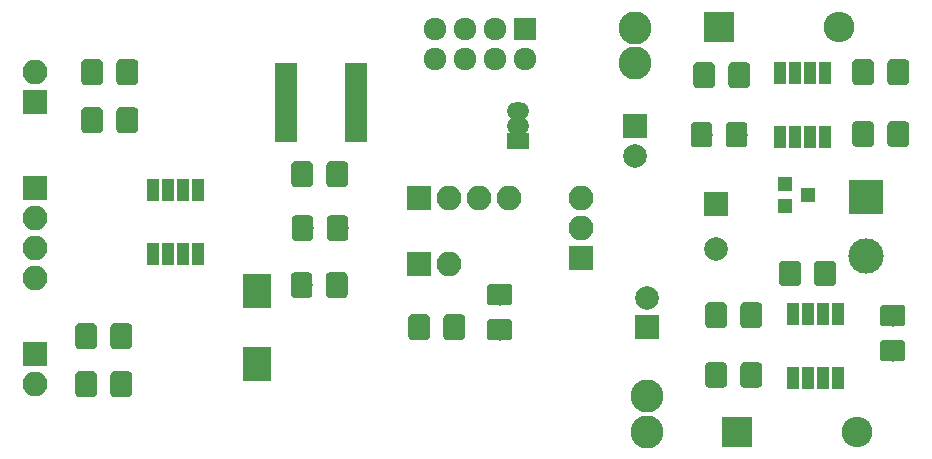
<source format=gbs>
G04 #@! TF.GenerationSoftware,KiCad,Pcbnew,5.0.0*
G04 #@! TF.CreationDate,2018-09-22T16:12:04+03:00*
G04 #@! TF.ProjectId,stm32-hamster,73746D33322D68616D737465722E6B69,rev?*
G04 #@! TF.SameCoordinates,Original*
G04 #@! TF.FileFunction,Soldermask,Bot*
G04 #@! TF.FilePolarity,Negative*
%FSLAX46Y46*%
G04 Gerber Fmt 4.6, Leading zero omitted, Abs format (unit mm)*
G04 Created by KiCad (PCBNEW 5.0.0) date Sat Sep 22 16:12:04 2018*
%MOMM*%
%LPD*%
G01*
G04 APERTURE LIST*
%ADD10O,2.600000X2.600000*%
%ADD11R,2.600000X2.600000*%
%ADD12R,1.000000X1.950000*%
%ADD13C,2.800000*%
%ADD14R,2.100000X2.100000*%
%ADD15O,2.100000X2.100000*%
%ADD16R,2.000000X2.000000*%
%ADD17C,2.000000*%
%ADD18R,1.300000X1.200000*%
%ADD19C,0.150000*%
%ADD20C,1.825000*%
%ADD21R,2.400000X2.900000*%
%ADD22O,1.900000X1.450000*%
%ADD23R,1.900000X1.450000*%
%ADD24R,1.850000X0.850000*%
%ADD25R,1.924000X1.924000*%
%ADD26C,1.924000*%
%ADD27R,3.000000X3.000000*%
%ADD28C,3.000000*%
G04 APERTURE END LIST*
D10*
G04 #@! TO.C,D2*
X177800000Y-113538000D03*
D11*
X167640000Y-113538000D03*
G04 #@! TD*
D12*
G04 #@! TO.C,U6*
X122047000Y-98458000D03*
X120777000Y-98458000D03*
X119507000Y-98458000D03*
X118237000Y-98458000D03*
X118237000Y-93058000D03*
X119507000Y-93058000D03*
X120777000Y-93058000D03*
X122047000Y-93058000D03*
G04 #@! TD*
D13*
G04 #@! TO.C,L1*
X160020000Y-110490000D03*
X160020000Y-113490000D03*
G04 #@! TD*
D14*
G04 #@! TO.C,JP2*
X154432000Y-98806000D03*
D15*
X154432000Y-96266000D03*
X154432000Y-93726000D03*
G04 #@! TD*
D16*
G04 #@! TO.C,C1*
X165862000Y-94234000D03*
D17*
X165862000Y-98034000D03*
G04 #@! TD*
D18*
G04 #@! TO.C,Q1*
X171720000Y-94422000D03*
X171720000Y-92522000D03*
X173720000Y-93472000D03*
G04 #@! TD*
D19*
G04 #@! TO.C,C2*
G36*
X131506707Y-95192542D02*
X131537787Y-95197152D01*
X131568266Y-95204787D01*
X131597850Y-95215372D01*
X131626254Y-95228806D01*
X131653204Y-95244959D01*
X131678442Y-95263677D01*
X131701723Y-95284777D01*
X131722823Y-95308058D01*
X131741541Y-95333296D01*
X131757694Y-95360246D01*
X131771128Y-95388650D01*
X131781713Y-95418234D01*
X131789348Y-95448713D01*
X131793958Y-95479793D01*
X131795500Y-95511176D01*
X131795500Y-97020824D01*
X131793958Y-97052207D01*
X131789348Y-97083287D01*
X131781713Y-97113766D01*
X131771128Y-97143350D01*
X131757694Y-97171754D01*
X131741541Y-97198704D01*
X131722823Y-97223942D01*
X131701723Y-97247223D01*
X131678442Y-97268323D01*
X131653204Y-97287041D01*
X131626254Y-97303194D01*
X131597850Y-97316628D01*
X131568266Y-97327213D01*
X131537787Y-97334848D01*
X131506707Y-97339458D01*
X131475324Y-97341000D01*
X130290676Y-97341000D01*
X130259293Y-97339458D01*
X130228213Y-97334848D01*
X130197734Y-97327213D01*
X130168150Y-97316628D01*
X130139746Y-97303194D01*
X130112796Y-97287041D01*
X130087558Y-97268323D01*
X130064277Y-97247223D01*
X130043177Y-97223942D01*
X130024459Y-97198704D01*
X130008306Y-97171754D01*
X129994872Y-97143350D01*
X129984287Y-97113766D01*
X129976652Y-97083287D01*
X129972042Y-97052207D01*
X129970500Y-97020824D01*
X129970500Y-95511176D01*
X129972042Y-95479793D01*
X129976652Y-95448713D01*
X129984287Y-95418234D01*
X129994872Y-95388650D01*
X130008306Y-95360246D01*
X130024459Y-95333296D01*
X130043177Y-95308058D01*
X130064277Y-95284777D01*
X130087558Y-95263677D01*
X130112796Y-95244959D01*
X130139746Y-95228806D01*
X130168150Y-95215372D01*
X130197734Y-95204787D01*
X130228213Y-95197152D01*
X130259293Y-95192542D01*
X130290676Y-95191000D01*
X131475324Y-95191000D01*
X131506707Y-95192542D01*
X131506707Y-95192542D01*
G37*
D20*
X130883000Y-96266000D03*
D19*
G36*
X134481707Y-95192542D02*
X134512787Y-95197152D01*
X134543266Y-95204787D01*
X134572850Y-95215372D01*
X134601254Y-95228806D01*
X134628204Y-95244959D01*
X134653442Y-95263677D01*
X134676723Y-95284777D01*
X134697823Y-95308058D01*
X134716541Y-95333296D01*
X134732694Y-95360246D01*
X134746128Y-95388650D01*
X134756713Y-95418234D01*
X134764348Y-95448713D01*
X134768958Y-95479793D01*
X134770500Y-95511176D01*
X134770500Y-97020824D01*
X134768958Y-97052207D01*
X134764348Y-97083287D01*
X134756713Y-97113766D01*
X134746128Y-97143350D01*
X134732694Y-97171754D01*
X134716541Y-97198704D01*
X134697823Y-97223942D01*
X134676723Y-97247223D01*
X134653442Y-97268323D01*
X134628204Y-97287041D01*
X134601254Y-97303194D01*
X134572850Y-97316628D01*
X134543266Y-97327213D01*
X134512787Y-97334848D01*
X134481707Y-97339458D01*
X134450324Y-97341000D01*
X133265676Y-97341000D01*
X133234293Y-97339458D01*
X133203213Y-97334848D01*
X133172734Y-97327213D01*
X133143150Y-97316628D01*
X133114746Y-97303194D01*
X133087796Y-97287041D01*
X133062558Y-97268323D01*
X133039277Y-97247223D01*
X133018177Y-97223942D01*
X132999459Y-97198704D01*
X132983306Y-97171754D01*
X132969872Y-97143350D01*
X132959287Y-97113766D01*
X132951652Y-97083287D01*
X132947042Y-97052207D01*
X132945500Y-97020824D01*
X132945500Y-95511176D01*
X132947042Y-95479793D01*
X132951652Y-95448713D01*
X132959287Y-95418234D01*
X132969872Y-95388650D01*
X132983306Y-95360246D01*
X132999459Y-95333296D01*
X133018177Y-95308058D01*
X133039277Y-95284777D01*
X133062558Y-95263677D01*
X133087796Y-95244959D01*
X133114746Y-95228806D01*
X133143150Y-95215372D01*
X133172734Y-95204787D01*
X133203213Y-95197152D01*
X133234293Y-95192542D01*
X133265676Y-95191000D01*
X134450324Y-95191000D01*
X134481707Y-95192542D01*
X134481707Y-95192542D01*
G37*
D20*
X133858000Y-96266000D03*
G04 #@! TD*
D19*
G04 #@! TO.C,C3*
G36*
X181634207Y-102757542D02*
X181665287Y-102762152D01*
X181695766Y-102769787D01*
X181725350Y-102780372D01*
X181753754Y-102793806D01*
X181780704Y-102809959D01*
X181805942Y-102828677D01*
X181829223Y-102849777D01*
X181850323Y-102873058D01*
X181869041Y-102898296D01*
X181885194Y-102925246D01*
X181898628Y-102953650D01*
X181909213Y-102983234D01*
X181916848Y-103013713D01*
X181921458Y-103044793D01*
X181923000Y-103076176D01*
X181923000Y-104260824D01*
X181921458Y-104292207D01*
X181916848Y-104323287D01*
X181909213Y-104353766D01*
X181898628Y-104383350D01*
X181885194Y-104411754D01*
X181869041Y-104438704D01*
X181850323Y-104463942D01*
X181829223Y-104487223D01*
X181805942Y-104508323D01*
X181780704Y-104527041D01*
X181753754Y-104543194D01*
X181725350Y-104556628D01*
X181695766Y-104567213D01*
X181665287Y-104574848D01*
X181634207Y-104579458D01*
X181602824Y-104581000D01*
X180093176Y-104581000D01*
X180061793Y-104579458D01*
X180030713Y-104574848D01*
X180000234Y-104567213D01*
X179970650Y-104556628D01*
X179942246Y-104543194D01*
X179915296Y-104527041D01*
X179890058Y-104508323D01*
X179866777Y-104487223D01*
X179845677Y-104463942D01*
X179826959Y-104438704D01*
X179810806Y-104411754D01*
X179797372Y-104383350D01*
X179786787Y-104353766D01*
X179779152Y-104323287D01*
X179774542Y-104292207D01*
X179773000Y-104260824D01*
X179773000Y-103076176D01*
X179774542Y-103044793D01*
X179779152Y-103013713D01*
X179786787Y-102983234D01*
X179797372Y-102953650D01*
X179810806Y-102925246D01*
X179826959Y-102898296D01*
X179845677Y-102873058D01*
X179866777Y-102849777D01*
X179890058Y-102828677D01*
X179915296Y-102809959D01*
X179942246Y-102793806D01*
X179970650Y-102780372D01*
X180000234Y-102769787D01*
X180030713Y-102762152D01*
X180061793Y-102757542D01*
X180093176Y-102756000D01*
X181602824Y-102756000D01*
X181634207Y-102757542D01*
X181634207Y-102757542D01*
G37*
D20*
X180848000Y-103668500D03*
D19*
G36*
X181634207Y-105732542D02*
X181665287Y-105737152D01*
X181695766Y-105744787D01*
X181725350Y-105755372D01*
X181753754Y-105768806D01*
X181780704Y-105784959D01*
X181805942Y-105803677D01*
X181829223Y-105824777D01*
X181850323Y-105848058D01*
X181869041Y-105873296D01*
X181885194Y-105900246D01*
X181898628Y-105928650D01*
X181909213Y-105958234D01*
X181916848Y-105988713D01*
X181921458Y-106019793D01*
X181923000Y-106051176D01*
X181923000Y-107235824D01*
X181921458Y-107267207D01*
X181916848Y-107298287D01*
X181909213Y-107328766D01*
X181898628Y-107358350D01*
X181885194Y-107386754D01*
X181869041Y-107413704D01*
X181850323Y-107438942D01*
X181829223Y-107462223D01*
X181805942Y-107483323D01*
X181780704Y-107502041D01*
X181753754Y-107518194D01*
X181725350Y-107531628D01*
X181695766Y-107542213D01*
X181665287Y-107549848D01*
X181634207Y-107554458D01*
X181602824Y-107556000D01*
X180093176Y-107556000D01*
X180061793Y-107554458D01*
X180030713Y-107549848D01*
X180000234Y-107542213D01*
X179970650Y-107531628D01*
X179942246Y-107518194D01*
X179915296Y-107502041D01*
X179890058Y-107483323D01*
X179866777Y-107462223D01*
X179845677Y-107438942D01*
X179826959Y-107413704D01*
X179810806Y-107386754D01*
X179797372Y-107358350D01*
X179786787Y-107328766D01*
X179779152Y-107298287D01*
X179774542Y-107267207D01*
X179773000Y-107235824D01*
X179773000Y-106051176D01*
X179774542Y-106019793D01*
X179779152Y-105988713D01*
X179786787Y-105958234D01*
X179797372Y-105928650D01*
X179810806Y-105900246D01*
X179826959Y-105873296D01*
X179845677Y-105848058D01*
X179866777Y-105824777D01*
X179890058Y-105803677D01*
X179915296Y-105784959D01*
X179942246Y-105768806D01*
X179970650Y-105755372D01*
X180000234Y-105744787D01*
X180030713Y-105737152D01*
X180061793Y-105732542D01*
X180093176Y-105731000D01*
X181602824Y-105731000D01*
X181634207Y-105732542D01*
X181634207Y-105732542D01*
G37*
D20*
X180848000Y-106643500D03*
G04 #@! TD*
D19*
G04 #@! TO.C,C4*
G36*
X178968207Y-81984542D02*
X178999287Y-81989152D01*
X179029766Y-81996787D01*
X179059350Y-82007372D01*
X179087754Y-82020806D01*
X179114704Y-82036959D01*
X179139942Y-82055677D01*
X179163223Y-82076777D01*
X179184323Y-82100058D01*
X179203041Y-82125296D01*
X179219194Y-82152246D01*
X179232628Y-82180650D01*
X179243213Y-82210234D01*
X179250848Y-82240713D01*
X179255458Y-82271793D01*
X179257000Y-82303176D01*
X179257000Y-83812824D01*
X179255458Y-83844207D01*
X179250848Y-83875287D01*
X179243213Y-83905766D01*
X179232628Y-83935350D01*
X179219194Y-83963754D01*
X179203041Y-83990704D01*
X179184323Y-84015942D01*
X179163223Y-84039223D01*
X179139942Y-84060323D01*
X179114704Y-84079041D01*
X179087754Y-84095194D01*
X179059350Y-84108628D01*
X179029766Y-84119213D01*
X178999287Y-84126848D01*
X178968207Y-84131458D01*
X178936824Y-84133000D01*
X177752176Y-84133000D01*
X177720793Y-84131458D01*
X177689713Y-84126848D01*
X177659234Y-84119213D01*
X177629650Y-84108628D01*
X177601246Y-84095194D01*
X177574296Y-84079041D01*
X177549058Y-84060323D01*
X177525777Y-84039223D01*
X177504677Y-84015942D01*
X177485959Y-83990704D01*
X177469806Y-83963754D01*
X177456372Y-83935350D01*
X177445787Y-83905766D01*
X177438152Y-83875287D01*
X177433542Y-83844207D01*
X177432000Y-83812824D01*
X177432000Y-82303176D01*
X177433542Y-82271793D01*
X177438152Y-82240713D01*
X177445787Y-82210234D01*
X177456372Y-82180650D01*
X177469806Y-82152246D01*
X177485959Y-82125296D01*
X177504677Y-82100058D01*
X177525777Y-82076777D01*
X177549058Y-82055677D01*
X177574296Y-82036959D01*
X177601246Y-82020806D01*
X177629650Y-82007372D01*
X177659234Y-81996787D01*
X177689713Y-81989152D01*
X177720793Y-81984542D01*
X177752176Y-81983000D01*
X178936824Y-81983000D01*
X178968207Y-81984542D01*
X178968207Y-81984542D01*
G37*
D20*
X178344500Y-83058000D03*
D19*
G36*
X181943207Y-81984542D02*
X181974287Y-81989152D01*
X182004766Y-81996787D01*
X182034350Y-82007372D01*
X182062754Y-82020806D01*
X182089704Y-82036959D01*
X182114942Y-82055677D01*
X182138223Y-82076777D01*
X182159323Y-82100058D01*
X182178041Y-82125296D01*
X182194194Y-82152246D01*
X182207628Y-82180650D01*
X182218213Y-82210234D01*
X182225848Y-82240713D01*
X182230458Y-82271793D01*
X182232000Y-82303176D01*
X182232000Y-83812824D01*
X182230458Y-83844207D01*
X182225848Y-83875287D01*
X182218213Y-83905766D01*
X182207628Y-83935350D01*
X182194194Y-83963754D01*
X182178041Y-83990704D01*
X182159323Y-84015942D01*
X182138223Y-84039223D01*
X182114942Y-84060323D01*
X182089704Y-84079041D01*
X182062754Y-84095194D01*
X182034350Y-84108628D01*
X182004766Y-84119213D01*
X181974287Y-84126848D01*
X181943207Y-84131458D01*
X181911824Y-84133000D01*
X180727176Y-84133000D01*
X180695793Y-84131458D01*
X180664713Y-84126848D01*
X180634234Y-84119213D01*
X180604650Y-84108628D01*
X180576246Y-84095194D01*
X180549296Y-84079041D01*
X180524058Y-84060323D01*
X180500777Y-84039223D01*
X180479677Y-84015942D01*
X180460959Y-83990704D01*
X180444806Y-83963754D01*
X180431372Y-83935350D01*
X180420787Y-83905766D01*
X180413152Y-83875287D01*
X180408542Y-83844207D01*
X180407000Y-83812824D01*
X180407000Y-82303176D01*
X180408542Y-82271793D01*
X180413152Y-82240713D01*
X180420787Y-82210234D01*
X180431372Y-82180650D01*
X180444806Y-82152246D01*
X180460959Y-82125296D01*
X180479677Y-82100058D01*
X180500777Y-82076777D01*
X180524058Y-82055677D01*
X180549296Y-82036959D01*
X180576246Y-82020806D01*
X180604650Y-82007372D01*
X180634234Y-81996787D01*
X180664713Y-81989152D01*
X180695793Y-81984542D01*
X180727176Y-81983000D01*
X181911824Y-81983000D01*
X181943207Y-81984542D01*
X181943207Y-81984542D01*
G37*
D20*
X181319500Y-83058000D03*
G04 #@! TD*
D17*
G04 #@! TO.C,C5*
X160020000Y-102148000D03*
D16*
X160020000Y-104648000D03*
G04 #@! TD*
G04 #@! TO.C,C6*
X159004000Y-87630000D03*
D17*
X159004000Y-90130000D03*
G04 #@! TD*
D19*
G04 #@! TO.C,D1*
G36*
X144351207Y-103574542D02*
X144382287Y-103579152D01*
X144412766Y-103586787D01*
X144442350Y-103597372D01*
X144470754Y-103610806D01*
X144497704Y-103626959D01*
X144522942Y-103645677D01*
X144546223Y-103666777D01*
X144567323Y-103690058D01*
X144586041Y-103715296D01*
X144602194Y-103742246D01*
X144615628Y-103770650D01*
X144626213Y-103800234D01*
X144633848Y-103830713D01*
X144638458Y-103861793D01*
X144640000Y-103893176D01*
X144640000Y-105402824D01*
X144638458Y-105434207D01*
X144633848Y-105465287D01*
X144626213Y-105495766D01*
X144615628Y-105525350D01*
X144602194Y-105553754D01*
X144586041Y-105580704D01*
X144567323Y-105605942D01*
X144546223Y-105629223D01*
X144522942Y-105650323D01*
X144497704Y-105669041D01*
X144470754Y-105685194D01*
X144442350Y-105698628D01*
X144412766Y-105709213D01*
X144382287Y-105716848D01*
X144351207Y-105721458D01*
X144319824Y-105723000D01*
X143135176Y-105723000D01*
X143103793Y-105721458D01*
X143072713Y-105716848D01*
X143042234Y-105709213D01*
X143012650Y-105698628D01*
X142984246Y-105685194D01*
X142957296Y-105669041D01*
X142932058Y-105650323D01*
X142908777Y-105629223D01*
X142887677Y-105605942D01*
X142868959Y-105580704D01*
X142852806Y-105553754D01*
X142839372Y-105525350D01*
X142828787Y-105495766D01*
X142821152Y-105465287D01*
X142816542Y-105434207D01*
X142815000Y-105402824D01*
X142815000Y-103893176D01*
X142816542Y-103861793D01*
X142821152Y-103830713D01*
X142828787Y-103800234D01*
X142839372Y-103770650D01*
X142852806Y-103742246D01*
X142868959Y-103715296D01*
X142887677Y-103690058D01*
X142908777Y-103666777D01*
X142932058Y-103645677D01*
X142957296Y-103626959D01*
X142984246Y-103610806D01*
X143012650Y-103597372D01*
X143042234Y-103586787D01*
X143072713Y-103579152D01*
X143103793Y-103574542D01*
X143135176Y-103573000D01*
X144319824Y-103573000D01*
X144351207Y-103574542D01*
X144351207Y-103574542D01*
G37*
D20*
X143727500Y-104648000D03*
D19*
G36*
X141376207Y-103574542D02*
X141407287Y-103579152D01*
X141437766Y-103586787D01*
X141467350Y-103597372D01*
X141495754Y-103610806D01*
X141522704Y-103626959D01*
X141547942Y-103645677D01*
X141571223Y-103666777D01*
X141592323Y-103690058D01*
X141611041Y-103715296D01*
X141627194Y-103742246D01*
X141640628Y-103770650D01*
X141651213Y-103800234D01*
X141658848Y-103830713D01*
X141663458Y-103861793D01*
X141665000Y-103893176D01*
X141665000Y-105402824D01*
X141663458Y-105434207D01*
X141658848Y-105465287D01*
X141651213Y-105495766D01*
X141640628Y-105525350D01*
X141627194Y-105553754D01*
X141611041Y-105580704D01*
X141592323Y-105605942D01*
X141571223Y-105629223D01*
X141547942Y-105650323D01*
X141522704Y-105669041D01*
X141495754Y-105685194D01*
X141467350Y-105698628D01*
X141437766Y-105709213D01*
X141407287Y-105716848D01*
X141376207Y-105721458D01*
X141344824Y-105723000D01*
X140160176Y-105723000D01*
X140128793Y-105721458D01*
X140097713Y-105716848D01*
X140067234Y-105709213D01*
X140037650Y-105698628D01*
X140009246Y-105685194D01*
X139982296Y-105669041D01*
X139957058Y-105650323D01*
X139933777Y-105629223D01*
X139912677Y-105605942D01*
X139893959Y-105580704D01*
X139877806Y-105553754D01*
X139864372Y-105525350D01*
X139853787Y-105495766D01*
X139846152Y-105465287D01*
X139841542Y-105434207D01*
X139840000Y-105402824D01*
X139840000Y-103893176D01*
X139841542Y-103861793D01*
X139846152Y-103830713D01*
X139853787Y-103800234D01*
X139864372Y-103770650D01*
X139877806Y-103742246D01*
X139893959Y-103715296D01*
X139912677Y-103690058D01*
X139933777Y-103666777D01*
X139957058Y-103645677D01*
X139982296Y-103626959D01*
X140009246Y-103610806D01*
X140037650Y-103597372D01*
X140067234Y-103586787D01*
X140097713Y-103579152D01*
X140128793Y-103574542D01*
X140160176Y-103573000D01*
X141344824Y-103573000D01*
X141376207Y-103574542D01*
X141376207Y-103574542D01*
G37*
D20*
X140752500Y-104648000D03*
G04 #@! TD*
D11*
G04 #@! TO.C,D3*
X166116000Y-79248000D03*
D10*
X176276000Y-79248000D03*
G04 #@! TD*
D14*
G04 #@! TO.C,J1*
X140716000Y-93726000D03*
D15*
X143256000Y-93726000D03*
X145796000Y-93726000D03*
X148336000Y-93726000D03*
G04 #@! TD*
D14*
G04 #@! TO.C,J2*
X108200000Y-92870000D03*
D15*
X108200000Y-95410000D03*
X108200000Y-97950000D03*
X108200000Y-100490000D03*
G04 #@! TD*
D14*
G04 #@! TO.C,JP1*
X140716000Y-99314000D03*
D15*
X143256000Y-99314000D03*
G04 #@! TD*
D13*
G04 #@! TO.C,L2*
X159004000Y-79296000D03*
X159004000Y-82296000D03*
G04 #@! TD*
D19*
G04 #@! TO.C,R1*
G36*
X134408707Y-100018542D02*
X134439787Y-100023152D01*
X134470266Y-100030787D01*
X134499850Y-100041372D01*
X134528254Y-100054806D01*
X134555204Y-100070959D01*
X134580442Y-100089677D01*
X134603723Y-100110777D01*
X134624823Y-100134058D01*
X134643541Y-100159296D01*
X134659694Y-100186246D01*
X134673128Y-100214650D01*
X134683713Y-100244234D01*
X134691348Y-100274713D01*
X134695958Y-100305793D01*
X134697500Y-100337176D01*
X134697500Y-101846824D01*
X134695958Y-101878207D01*
X134691348Y-101909287D01*
X134683713Y-101939766D01*
X134673128Y-101969350D01*
X134659694Y-101997754D01*
X134643541Y-102024704D01*
X134624823Y-102049942D01*
X134603723Y-102073223D01*
X134580442Y-102094323D01*
X134555204Y-102113041D01*
X134528254Y-102129194D01*
X134499850Y-102142628D01*
X134470266Y-102153213D01*
X134439787Y-102160848D01*
X134408707Y-102165458D01*
X134377324Y-102167000D01*
X133192676Y-102167000D01*
X133161293Y-102165458D01*
X133130213Y-102160848D01*
X133099734Y-102153213D01*
X133070150Y-102142628D01*
X133041746Y-102129194D01*
X133014796Y-102113041D01*
X132989558Y-102094323D01*
X132966277Y-102073223D01*
X132945177Y-102049942D01*
X132926459Y-102024704D01*
X132910306Y-101997754D01*
X132896872Y-101969350D01*
X132886287Y-101939766D01*
X132878652Y-101909287D01*
X132874042Y-101878207D01*
X132872500Y-101846824D01*
X132872500Y-100337176D01*
X132874042Y-100305793D01*
X132878652Y-100274713D01*
X132886287Y-100244234D01*
X132896872Y-100214650D01*
X132910306Y-100186246D01*
X132926459Y-100159296D01*
X132945177Y-100134058D01*
X132966277Y-100110777D01*
X132989558Y-100089677D01*
X133014796Y-100070959D01*
X133041746Y-100054806D01*
X133070150Y-100041372D01*
X133099734Y-100030787D01*
X133130213Y-100023152D01*
X133161293Y-100018542D01*
X133192676Y-100017000D01*
X134377324Y-100017000D01*
X134408707Y-100018542D01*
X134408707Y-100018542D01*
G37*
D20*
X133785000Y-101092000D03*
D19*
G36*
X131433707Y-100018542D02*
X131464787Y-100023152D01*
X131495266Y-100030787D01*
X131524850Y-100041372D01*
X131553254Y-100054806D01*
X131580204Y-100070959D01*
X131605442Y-100089677D01*
X131628723Y-100110777D01*
X131649823Y-100134058D01*
X131668541Y-100159296D01*
X131684694Y-100186246D01*
X131698128Y-100214650D01*
X131708713Y-100244234D01*
X131716348Y-100274713D01*
X131720958Y-100305793D01*
X131722500Y-100337176D01*
X131722500Y-101846824D01*
X131720958Y-101878207D01*
X131716348Y-101909287D01*
X131708713Y-101939766D01*
X131698128Y-101969350D01*
X131684694Y-101997754D01*
X131668541Y-102024704D01*
X131649823Y-102049942D01*
X131628723Y-102073223D01*
X131605442Y-102094323D01*
X131580204Y-102113041D01*
X131553254Y-102129194D01*
X131524850Y-102142628D01*
X131495266Y-102153213D01*
X131464787Y-102160848D01*
X131433707Y-102165458D01*
X131402324Y-102167000D01*
X130217676Y-102167000D01*
X130186293Y-102165458D01*
X130155213Y-102160848D01*
X130124734Y-102153213D01*
X130095150Y-102142628D01*
X130066746Y-102129194D01*
X130039796Y-102113041D01*
X130014558Y-102094323D01*
X129991277Y-102073223D01*
X129970177Y-102049942D01*
X129951459Y-102024704D01*
X129935306Y-101997754D01*
X129921872Y-101969350D01*
X129911287Y-101939766D01*
X129903652Y-101909287D01*
X129899042Y-101878207D01*
X129897500Y-101846824D01*
X129897500Y-100337176D01*
X129899042Y-100305793D01*
X129903652Y-100274713D01*
X129911287Y-100244234D01*
X129921872Y-100214650D01*
X129935306Y-100186246D01*
X129951459Y-100159296D01*
X129970177Y-100134058D01*
X129991277Y-100110777D01*
X130014558Y-100089677D01*
X130039796Y-100070959D01*
X130066746Y-100054806D01*
X130095150Y-100041372D01*
X130124734Y-100030787D01*
X130155213Y-100023152D01*
X130186293Y-100018542D01*
X130217676Y-100017000D01*
X131402324Y-100017000D01*
X131433707Y-100018542D01*
X131433707Y-100018542D01*
G37*
D20*
X130810000Y-101092000D03*
G04 #@! TD*
D19*
G04 #@! TO.C,R2*
G36*
X148360207Y-103954542D02*
X148391287Y-103959152D01*
X148421766Y-103966787D01*
X148451350Y-103977372D01*
X148479754Y-103990806D01*
X148506704Y-104006959D01*
X148531942Y-104025677D01*
X148555223Y-104046777D01*
X148576323Y-104070058D01*
X148595041Y-104095296D01*
X148611194Y-104122246D01*
X148624628Y-104150650D01*
X148635213Y-104180234D01*
X148642848Y-104210713D01*
X148647458Y-104241793D01*
X148649000Y-104273176D01*
X148649000Y-105457824D01*
X148647458Y-105489207D01*
X148642848Y-105520287D01*
X148635213Y-105550766D01*
X148624628Y-105580350D01*
X148611194Y-105608754D01*
X148595041Y-105635704D01*
X148576323Y-105660942D01*
X148555223Y-105684223D01*
X148531942Y-105705323D01*
X148506704Y-105724041D01*
X148479754Y-105740194D01*
X148451350Y-105753628D01*
X148421766Y-105764213D01*
X148391287Y-105771848D01*
X148360207Y-105776458D01*
X148328824Y-105778000D01*
X146819176Y-105778000D01*
X146787793Y-105776458D01*
X146756713Y-105771848D01*
X146726234Y-105764213D01*
X146696650Y-105753628D01*
X146668246Y-105740194D01*
X146641296Y-105724041D01*
X146616058Y-105705323D01*
X146592777Y-105684223D01*
X146571677Y-105660942D01*
X146552959Y-105635704D01*
X146536806Y-105608754D01*
X146523372Y-105580350D01*
X146512787Y-105550766D01*
X146505152Y-105520287D01*
X146500542Y-105489207D01*
X146499000Y-105457824D01*
X146499000Y-104273176D01*
X146500542Y-104241793D01*
X146505152Y-104210713D01*
X146512787Y-104180234D01*
X146523372Y-104150650D01*
X146536806Y-104122246D01*
X146552959Y-104095296D01*
X146571677Y-104070058D01*
X146592777Y-104046777D01*
X146616058Y-104025677D01*
X146641296Y-104006959D01*
X146668246Y-103990806D01*
X146696650Y-103977372D01*
X146726234Y-103966787D01*
X146756713Y-103959152D01*
X146787793Y-103954542D01*
X146819176Y-103953000D01*
X148328824Y-103953000D01*
X148360207Y-103954542D01*
X148360207Y-103954542D01*
G37*
D20*
X147574000Y-104865500D03*
D19*
G36*
X148360207Y-100979542D02*
X148391287Y-100984152D01*
X148421766Y-100991787D01*
X148451350Y-101002372D01*
X148479754Y-101015806D01*
X148506704Y-101031959D01*
X148531942Y-101050677D01*
X148555223Y-101071777D01*
X148576323Y-101095058D01*
X148595041Y-101120296D01*
X148611194Y-101147246D01*
X148624628Y-101175650D01*
X148635213Y-101205234D01*
X148642848Y-101235713D01*
X148647458Y-101266793D01*
X148649000Y-101298176D01*
X148649000Y-102482824D01*
X148647458Y-102514207D01*
X148642848Y-102545287D01*
X148635213Y-102575766D01*
X148624628Y-102605350D01*
X148611194Y-102633754D01*
X148595041Y-102660704D01*
X148576323Y-102685942D01*
X148555223Y-102709223D01*
X148531942Y-102730323D01*
X148506704Y-102749041D01*
X148479754Y-102765194D01*
X148451350Y-102778628D01*
X148421766Y-102789213D01*
X148391287Y-102796848D01*
X148360207Y-102801458D01*
X148328824Y-102803000D01*
X146819176Y-102803000D01*
X146787793Y-102801458D01*
X146756713Y-102796848D01*
X146726234Y-102789213D01*
X146696650Y-102778628D01*
X146668246Y-102765194D01*
X146641296Y-102749041D01*
X146616058Y-102730323D01*
X146592777Y-102709223D01*
X146571677Y-102685942D01*
X146552959Y-102660704D01*
X146536806Y-102633754D01*
X146523372Y-102605350D01*
X146512787Y-102575766D01*
X146505152Y-102545287D01*
X146500542Y-102514207D01*
X146499000Y-102482824D01*
X146499000Y-101298176D01*
X146500542Y-101266793D01*
X146505152Y-101235713D01*
X146512787Y-101205234D01*
X146523372Y-101175650D01*
X146536806Y-101147246D01*
X146552959Y-101120296D01*
X146571677Y-101095058D01*
X146592777Y-101071777D01*
X146616058Y-101050677D01*
X146641296Y-101031959D01*
X146668246Y-101015806D01*
X146696650Y-101002372D01*
X146726234Y-100991787D01*
X146756713Y-100984152D01*
X146787793Y-100979542D01*
X146819176Y-100978000D01*
X148328824Y-100978000D01*
X148360207Y-100979542D01*
X148360207Y-100979542D01*
G37*
D20*
X147574000Y-101890500D03*
G04 #@! TD*
D19*
G04 #@! TO.C,R3*
G36*
X134445207Y-90620542D02*
X134476287Y-90625152D01*
X134506766Y-90632787D01*
X134536350Y-90643372D01*
X134564754Y-90656806D01*
X134591704Y-90672959D01*
X134616942Y-90691677D01*
X134640223Y-90712777D01*
X134661323Y-90736058D01*
X134680041Y-90761296D01*
X134696194Y-90788246D01*
X134709628Y-90816650D01*
X134720213Y-90846234D01*
X134727848Y-90876713D01*
X134732458Y-90907793D01*
X134734000Y-90939176D01*
X134734000Y-92448824D01*
X134732458Y-92480207D01*
X134727848Y-92511287D01*
X134720213Y-92541766D01*
X134709628Y-92571350D01*
X134696194Y-92599754D01*
X134680041Y-92626704D01*
X134661323Y-92651942D01*
X134640223Y-92675223D01*
X134616942Y-92696323D01*
X134591704Y-92715041D01*
X134564754Y-92731194D01*
X134536350Y-92744628D01*
X134506766Y-92755213D01*
X134476287Y-92762848D01*
X134445207Y-92767458D01*
X134413824Y-92769000D01*
X133229176Y-92769000D01*
X133197793Y-92767458D01*
X133166713Y-92762848D01*
X133136234Y-92755213D01*
X133106650Y-92744628D01*
X133078246Y-92731194D01*
X133051296Y-92715041D01*
X133026058Y-92696323D01*
X133002777Y-92675223D01*
X132981677Y-92651942D01*
X132962959Y-92626704D01*
X132946806Y-92599754D01*
X132933372Y-92571350D01*
X132922787Y-92541766D01*
X132915152Y-92511287D01*
X132910542Y-92480207D01*
X132909000Y-92448824D01*
X132909000Y-90939176D01*
X132910542Y-90907793D01*
X132915152Y-90876713D01*
X132922787Y-90846234D01*
X132933372Y-90816650D01*
X132946806Y-90788246D01*
X132962959Y-90761296D01*
X132981677Y-90736058D01*
X133002777Y-90712777D01*
X133026058Y-90691677D01*
X133051296Y-90672959D01*
X133078246Y-90656806D01*
X133106650Y-90643372D01*
X133136234Y-90632787D01*
X133166713Y-90625152D01*
X133197793Y-90620542D01*
X133229176Y-90619000D01*
X134413824Y-90619000D01*
X134445207Y-90620542D01*
X134445207Y-90620542D01*
G37*
D20*
X133821500Y-91694000D03*
D19*
G36*
X131470207Y-90620542D02*
X131501287Y-90625152D01*
X131531766Y-90632787D01*
X131561350Y-90643372D01*
X131589754Y-90656806D01*
X131616704Y-90672959D01*
X131641942Y-90691677D01*
X131665223Y-90712777D01*
X131686323Y-90736058D01*
X131705041Y-90761296D01*
X131721194Y-90788246D01*
X131734628Y-90816650D01*
X131745213Y-90846234D01*
X131752848Y-90876713D01*
X131757458Y-90907793D01*
X131759000Y-90939176D01*
X131759000Y-92448824D01*
X131757458Y-92480207D01*
X131752848Y-92511287D01*
X131745213Y-92541766D01*
X131734628Y-92571350D01*
X131721194Y-92599754D01*
X131705041Y-92626704D01*
X131686323Y-92651942D01*
X131665223Y-92675223D01*
X131641942Y-92696323D01*
X131616704Y-92715041D01*
X131589754Y-92731194D01*
X131561350Y-92744628D01*
X131531766Y-92755213D01*
X131501287Y-92762848D01*
X131470207Y-92767458D01*
X131438824Y-92769000D01*
X130254176Y-92769000D01*
X130222793Y-92767458D01*
X130191713Y-92762848D01*
X130161234Y-92755213D01*
X130131650Y-92744628D01*
X130103246Y-92731194D01*
X130076296Y-92715041D01*
X130051058Y-92696323D01*
X130027777Y-92675223D01*
X130006677Y-92651942D01*
X129987959Y-92626704D01*
X129971806Y-92599754D01*
X129958372Y-92571350D01*
X129947787Y-92541766D01*
X129940152Y-92511287D01*
X129935542Y-92480207D01*
X129934000Y-92448824D01*
X129934000Y-90939176D01*
X129935542Y-90907793D01*
X129940152Y-90876713D01*
X129947787Y-90846234D01*
X129958372Y-90816650D01*
X129971806Y-90788246D01*
X129987959Y-90761296D01*
X130006677Y-90736058D01*
X130027777Y-90712777D01*
X130051058Y-90691677D01*
X130076296Y-90672959D01*
X130103246Y-90656806D01*
X130131650Y-90643372D01*
X130161234Y-90632787D01*
X130191713Y-90625152D01*
X130222793Y-90620542D01*
X130254176Y-90619000D01*
X131438824Y-90619000D01*
X131470207Y-90620542D01*
X131470207Y-90620542D01*
G37*
D20*
X130846500Y-91694000D03*
G04 #@! TD*
D19*
G04 #@! TO.C,R4*
G36*
X169497207Y-102558542D02*
X169528287Y-102563152D01*
X169558766Y-102570787D01*
X169588350Y-102581372D01*
X169616754Y-102594806D01*
X169643704Y-102610959D01*
X169668942Y-102629677D01*
X169692223Y-102650777D01*
X169713323Y-102674058D01*
X169732041Y-102699296D01*
X169748194Y-102726246D01*
X169761628Y-102754650D01*
X169772213Y-102784234D01*
X169779848Y-102814713D01*
X169784458Y-102845793D01*
X169786000Y-102877176D01*
X169786000Y-104386824D01*
X169784458Y-104418207D01*
X169779848Y-104449287D01*
X169772213Y-104479766D01*
X169761628Y-104509350D01*
X169748194Y-104537754D01*
X169732041Y-104564704D01*
X169713323Y-104589942D01*
X169692223Y-104613223D01*
X169668942Y-104634323D01*
X169643704Y-104653041D01*
X169616754Y-104669194D01*
X169588350Y-104682628D01*
X169558766Y-104693213D01*
X169528287Y-104700848D01*
X169497207Y-104705458D01*
X169465824Y-104707000D01*
X168281176Y-104707000D01*
X168249793Y-104705458D01*
X168218713Y-104700848D01*
X168188234Y-104693213D01*
X168158650Y-104682628D01*
X168130246Y-104669194D01*
X168103296Y-104653041D01*
X168078058Y-104634323D01*
X168054777Y-104613223D01*
X168033677Y-104589942D01*
X168014959Y-104564704D01*
X167998806Y-104537754D01*
X167985372Y-104509350D01*
X167974787Y-104479766D01*
X167967152Y-104449287D01*
X167962542Y-104418207D01*
X167961000Y-104386824D01*
X167961000Y-102877176D01*
X167962542Y-102845793D01*
X167967152Y-102814713D01*
X167974787Y-102784234D01*
X167985372Y-102754650D01*
X167998806Y-102726246D01*
X168014959Y-102699296D01*
X168033677Y-102674058D01*
X168054777Y-102650777D01*
X168078058Y-102629677D01*
X168103296Y-102610959D01*
X168130246Y-102594806D01*
X168158650Y-102581372D01*
X168188234Y-102570787D01*
X168218713Y-102563152D01*
X168249793Y-102558542D01*
X168281176Y-102557000D01*
X169465824Y-102557000D01*
X169497207Y-102558542D01*
X169497207Y-102558542D01*
G37*
D20*
X168873500Y-103632000D03*
D19*
G36*
X166522207Y-102558542D02*
X166553287Y-102563152D01*
X166583766Y-102570787D01*
X166613350Y-102581372D01*
X166641754Y-102594806D01*
X166668704Y-102610959D01*
X166693942Y-102629677D01*
X166717223Y-102650777D01*
X166738323Y-102674058D01*
X166757041Y-102699296D01*
X166773194Y-102726246D01*
X166786628Y-102754650D01*
X166797213Y-102784234D01*
X166804848Y-102814713D01*
X166809458Y-102845793D01*
X166811000Y-102877176D01*
X166811000Y-104386824D01*
X166809458Y-104418207D01*
X166804848Y-104449287D01*
X166797213Y-104479766D01*
X166786628Y-104509350D01*
X166773194Y-104537754D01*
X166757041Y-104564704D01*
X166738323Y-104589942D01*
X166717223Y-104613223D01*
X166693942Y-104634323D01*
X166668704Y-104653041D01*
X166641754Y-104669194D01*
X166613350Y-104682628D01*
X166583766Y-104693213D01*
X166553287Y-104700848D01*
X166522207Y-104705458D01*
X166490824Y-104707000D01*
X165306176Y-104707000D01*
X165274793Y-104705458D01*
X165243713Y-104700848D01*
X165213234Y-104693213D01*
X165183650Y-104682628D01*
X165155246Y-104669194D01*
X165128296Y-104653041D01*
X165103058Y-104634323D01*
X165079777Y-104613223D01*
X165058677Y-104589942D01*
X165039959Y-104564704D01*
X165023806Y-104537754D01*
X165010372Y-104509350D01*
X164999787Y-104479766D01*
X164992152Y-104449287D01*
X164987542Y-104418207D01*
X164986000Y-104386824D01*
X164986000Y-102877176D01*
X164987542Y-102845793D01*
X164992152Y-102814713D01*
X164999787Y-102784234D01*
X165010372Y-102754650D01*
X165023806Y-102726246D01*
X165039959Y-102699296D01*
X165058677Y-102674058D01*
X165079777Y-102650777D01*
X165103058Y-102629677D01*
X165128296Y-102610959D01*
X165155246Y-102594806D01*
X165183650Y-102581372D01*
X165213234Y-102570787D01*
X165243713Y-102563152D01*
X165274793Y-102558542D01*
X165306176Y-102557000D01*
X166490824Y-102557000D01*
X166522207Y-102558542D01*
X166522207Y-102558542D01*
G37*
D20*
X165898500Y-103632000D03*
G04 #@! TD*
D19*
G04 #@! TO.C,R5*
G36*
X178968207Y-87226542D02*
X178999287Y-87231152D01*
X179029766Y-87238787D01*
X179059350Y-87249372D01*
X179087754Y-87262806D01*
X179114704Y-87278959D01*
X179139942Y-87297677D01*
X179163223Y-87318777D01*
X179184323Y-87342058D01*
X179203041Y-87367296D01*
X179219194Y-87394246D01*
X179232628Y-87422650D01*
X179243213Y-87452234D01*
X179250848Y-87482713D01*
X179255458Y-87513793D01*
X179257000Y-87545176D01*
X179257000Y-89054824D01*
X179255458Y-89086207D01*
X179250848Y-89117287D01*
X179243213Y-89147766D01*
X179232628Y-89177350D01*
X179219194Y-89205754D01*
X179203041Y-89232704D01*
X179184323Y-89257942D01*
X179163223Y-89281223D01*
X179139942Y-89302323D01*
X179114704Y-89321041D01*
X179087754Y-89337194D01*
X179059350Y-89350628D01*
X179029766Y-89361213D01*
X178999287Y-89368848D01*
X178968207Y-89373458D01*
X178936824Y-89375000D01*
X177752176Y-89375000D01*
X177720793Y-89373458D01*
X177689713Y-89368848D01*
X177659234Y-89361213D01*
X177629650Y-89350628D01*
X177601246Y-89337194D01*
X177574296Y-89321041D01*
X177549058Y-89302323D01*
X177525777Y-89281223D01*
X177504677Y-89257942D01*
X177485959Y-89232704D01*
X177469806Y-89205754D01*
X177456372Y-89177350D01*
X177445787Y-89147766D01*
X177438152Y-89117287D01*
X177433542Y-89086207D01*
X177432000Y-89054824D01*
X177432000Y-87545176D01*
X177433542Y-87513793D01*
X177438152Y-87482713D01*
X177445787Y-87452234D01*
X177456372Y-87422650D01*
X177469806Y-87394246D01*
X177485959Y-87367296D01*
X177504677Y-87342058D01*
X177525777Y-87318777D01*
X177549058Y-87297677D01*
X177574296Y-87278959D01*
X177601246Y-87262806D01*
X177629650Y-87249372D01*
X177659234Y-87238787D01*
X177689713Y-87231152D01*
X177720793Y-87226542D01*
X177752176Y-87225000D01*
X178936824Y-87225000D01*
X178968207Y-87226542D01*
X178968207Y-87226542D01*
G37*
D20*
X178344500Y-88300000D03*
D19*
G36*
X181943207Y-87226542D02*
X181974287Y-87231152D01*
X182004766Y-87238787D01*
X182034350Y-87249372D01*
X182062754Y-87262806D01*
X182089704Y-87278959D01*
X182114942Y-87297677D01*
X182138223Y-87318777D01*
X182159323Y-87342058D01*
X182178041Y-87367296D01*
X182194194Y-87394246D01*
X182207628Y-87422650D01*
X182218213Y-87452234D01*
X182225848Y-87482713D01*
X182230458Y-87513793D01*
X182232000Y-87545176D01*
X182232000Y-89054824D01*
X182230458Y-89086207D01*
X182225848Y-89117287D01*
X182218213Y-89147766D01*
X182207628Y-89177350D01*
X182194194Y-89205754D01*
X182178041Y-89232704D01*
X182159323Y-89257942D01*
X182138223Y-89281223D01*
X182114942Y-89302323D01*
X182089704Y-89321041D01*
X182062754Y-89337194D01*
X182034350Y-89350628D01*
X182004766Y-89361213D01*
X181974287Y-89368848D01*
X181943207Y-89373458D01*
X181911824Y-89375000D01*
X180727176Y-89375000D01*
X180695793Y-89373458D01*
X180664713Y-89368848D01*
X180634234Y-89361213D01*
X180604650Y-89350628D01*
X180576246Y-89337194D01*
X180549296Y-89321041D01*
X180524058Y-89302323D01*
X180500777Y-89281223D01*
X180479677Y-89257942D01*
X180460959Y-89232704D01*
X180444806Y-89205754D01*
X180431372Y-89177350D01*
X180420787Y-89147766D01*
X180413152Y-89117287D01*
X180408542Y-89086207D01*
X180407000Y-89054824D01*
X180407000Y-87545176D01*
X180408542Y-87513793D01*
X180413152Y-87482713D01*
X180420787Y-87452234D01*
X180431372Y-87422650D01*
X180444806Y-87394246D01*
X180460959Y-87367296D01*
X180479677Y-87342058D01*
X180500777Y-87318777D01*
X180524058Y-87297677D01*
X180549296Y-87278959D01*
X180576246Y-87262806D01*
X180604650Y-87249372D01*
X180634234Y-87238787D01*
X180664713Y-87231152D01*
X180695793Y-87226542D01*
X180727176Y-87225000D01*
X181911824Y-87225000D01*
X181943207Y-87226542D01*
X181943207Y-87226542D01*
G37*
D20*
X181319500Y-88300000D03*
G04 #@! TD*
D19*
G04 #@! TO.C,R6*
G36*
X172773707Y-99026542D02*
X172804787Y-99031152D01*
X172835266Y-99038787D01*
X172864850Y-99049372D01*
X172893254Y-99062806D01*
X172920204Y-99078959D01*
X172945442Y-99097677D01*
X172968723Y-99118777D01*
X172989823Y-99142058D01*
X173008541Y-99167296D01*
X173024694Y-99194246D01*
X173038128Y-99222650D01*
X173048713Y-99252234D01*
X173056348Y-99282713D01*
X173060958Y-99313793D01*
X173062500Y-99345176D01*
X173062500Y-100854824D01*
X173060958Y-100886207D01*
X173056348Y-100917287D01*
X173048713Y-100947766D01*
X173038128Y-100977350D01*
X173024694Y-101005754D01*
X173008541Y-101032704D01*
X172989823Y-101057942D01*
X172968723Y-101081223D01*
X172945442Y-101102323D01*
X172920204Y-101121041D01*
X172893254Y-101137194D01*
X172864850Y-101150628D01*
X172835266Y-101161213D01*
X172804787Y-101168848D01*
X172773707Y-101173458D01*
X172742324Y-101175000D01*
X171557676Y-101175000D01*
X171526293Y-101173458D01*
X171495213Y-101168848D01*
X171464734Y-101161213D01*
X171435150Y-101150628D01*
X171406746Y-101137194D01*
X171379796Y-101121041D01*
X171354558Y-101102323D01*
X171331277Y-101081223D01*
X171310177Y-101057942D01*
X171291459Y-101032704D01*
X171275306Y-101005754D01*
X171261872Y-100977350D01*
X171251287Y-100947766D01*
X171243652Y-100917287D01*
X171239042Y-100886207D01*
X171237500Y-100854824D01*
X171237500Y-99345176D01*
X171239042Y-99313793D01*
X171243652Y-99282713D01*
X171251287Y-99252234D01*
X171261872Y-99222650D01*
X171275306Y-99194246D01*
X171291459Y-99167296D01*
X171310177Y-99142058D01*
X171331277Y-99118777D01*
X171354558Y-99097677D01*
X171379796Y-99078959D01*
X171406746Y-99062806D01*
X171435150Y-99049372D01*
X171464734Y-99038787D01*
X171495213Y-99031152D01*
X171526293Y-99026542D01*
X171557676Y-99025000D01*
X172742324Y-99025000D01*
X172773707Y-99026542D01*
X172773707Y-99026542D01*
G37*
D20*
X172150000Y-100100000D03*
D19*
G36*
X175748707Y-99026542D02*
X175779787Y-99031152D01*
X175810266Y-99038787D01*
X175839850Y-99049372D01*
X175868254Y-99062806D01*
X175895204Y-99078959D01*
X175920442Y-99097677D01*
X175943723Y-99118777D01*
X175964823Y-99142058D01*
X175983541Y-99167296D01*
X175999694Y-99194246D01*
X176013128Y-99222650D01*
X176023713Y-99252234D01*
X176031348Y-99282713D01*
X176035958Y-99313793D01*
X176037500Y-99345176D01*
X176037500Y-100854824D01*
X176035958Y-100886207D01*
X176031348Y-100917287D01*
X176023713Y-100947766D01*
X176013128Y-100977350D01*
X175999694Y-101005754D01*
X175983541Y-101032704D01*
X175964823Y-101057942D01*
X175943723Y-101081223D01*
X175920442Y-101102323D01*
X175895204Y-101121041D01*
X175868254Y-101137194D01*
X175839850Y-101150628D01*
X175810266Y-101161213D01*
X175779787Y-101168848D01*
X175748707Y-101173458D01*
X175717324Y-101175000D01*
X174532676Y-101175000D01*
X174501293Y-101173458D01*
X174470213Y-101168848D01*
X174439734Y-101161213D01*
X174410150Y-101150628D01*
X174381746Y-101137194D01*
X174354796Y-101121041D01*
X174329558Y-101102323D01*
X174306277Y-101081223D01*
X174285177Y-101057942D01*
X174266459Y-101032704D01*
X174250306Y-101005754D01*
X174236872Y-100977350D01*
X174226287Y-100947766D01*
X174218652Y-100917287D01*
X174214042Y-100886207D01*
X174212500Y-100854824D01*
X174212500Y-99345176D01*
X174214042Y-99313793D01*
X174218652Y-99282713D01*
X174226287Y-99252234D01*
X174236872Y-99222650D01*
X174250306Y-99194246D01*
X174266459Y-99167296D01*
X174285177Y-99142058D01*
X174306277Y-99118777D01*
X174329558Y-99097677D01*
X174354796Y-99078959D01*
X174381746Y-99062806D01*
X174410150Y-99049372D01*
X174439734Y-99038787D01*
X174470213Y-99031152D01*
X174501293Y-99026542D01*
X174532676Y-99025000D01*
X175717324Y-99025000D01*
X175748707Y-99026542D01*
X175748707Y-99026542D01*
G37*
D20*
X175125000Y-100100000D03*
G04 #@! TD*
D19*
G04 #@! TO.C,R7*
G36*
X165288707Y-87276542D02*
X165319787Y-87281152D01*
X165350266Y-87288787D01*
X165379850Y-87299372D01*
X165408254Y-87312806D01*
X165435204Y-87328959D01*
X165460442Y-87347677D01*
X165483723Y-87368777D01*
X165504823Y-87392058D01*
X165523541Y-87417296D01*
X165539694Y-87444246D01*
X165553128Y-87472650D01*
X165563713Y-87502234D01*
X165571348Y-87532713D01*
X165575958Y-87563793D01*
X165577500Y-87595176D01*
X165577500Y-89104824D01*
X165575958Y-89136207D01*
X165571348Y-89167287D01*
X165563713Y-89197766D01*
X165553128Y-89227350D01*
X165539694Y-89255754D01*
X165523541Y-89282704D01*
X165504823Y-89307942D01*
X165483723Y-89331223D01*
X165460442Y-89352323D01*
X165435204Y-89371041D01*
X165408254Y-89387194D01*
X165379850Y-89400628D01*
X165350266Y-89411213D01*
X165319787Y-89418848D01*
X165288707Y-89423458D01*
X165257324Y-89425000D01*
X164072676Y-89425000D01*
X164041293Y-89423458D01*
X164010213Y-89418848D01*
X163979734Y-89411213D01*
X163950150Y-89400628D01*
X163921746Y-89387194D01*
X163894796Y-89371041D01*
X163869558Y-89352323D01*
X163846277Y-89331223D01*
X163825177Y-89307942D01*
X163806459Y-89282704D01*
X163790306Y-89255754D01*
X163776872Y-89227350D01*
X163766287Y-89197766D01*
X163758652Y-89167287D01*
X163754042Y-89136207D01*
X163752500Y-89104824D01*
X163752500Y-87595176D01*
X163754042Y-87563793D01*
X163758652Y-87532713D01*
X163766287Y-87502234D01*
X163776872Y-87472650D01*
X163790306Y-87444246D01*
X163806459Y-87417296D01*
X163825177Y-87392058D01*
X163846277Y-87368777D01*
X163869558Y-87347677D01*
X163894796Y-87328959D01*
X163921746Y-87312806D01*
X163950150Y-87299372D01*
X163979734Y-87288787D01*
X164010213Y-87281152D01*
X164041293Y-87276542D01*
X164072676Y-87275000D01*
X165257324Y-87275000D01*
X165288707Y-87276542D01*
X165288707Y-87276542D01*
G37*
D20*
X164665000Y-88350000D03*
D19*
G36*
X168263707Y-87276542D02*
X168294787Y-87281152D01*
X168325266Y-87288787D01*
X168354850Y-87299372D01*
X168383254Y-87312806D01*
X168410204Y-87328959D01*
X168435442Y-87347677D01*
X168458723Y-87368777D01*
X168479823Y-87392058D01*
X168498541Y-87417296D01*
X168514694Y-87444246D01*
X168528128Y-87472650D01*
X168538713Y-87502234D01*
X168546348Y-87532713D01*
X168550958Y-87563793D01*
X168552500Y-87595176D01*
X168552500Y-89104824D01*
X168550958Y-89136207D01*
X168546348Y-89167287D01*
X168538713Y-89197766D01*
X168528128Y-89227350D01*
X168514694Y-89255754D01*
X168498541Y-89282704D01*
X168479823Y-89307942D01*
X168458723Y-89331223D01*
X168435442Y-89352323D01*
X168410204Y-89371041D01*
X168383254Y-89387194D01*
X168354850Y-89400628D01*
X168325266Y-89411213D01*
X168294787Y-89418848D01*
X168263707Y-89423458D01*
X168232324Y-89425000D01*
X167047676Y-89425000D01*
X167016293Y-89423458D01*
X166985213Y-89418848D01*
X166954734Y-89411213D01*
X166925150Y-89400628D01*
X166896746Y-89387194D01*
X166869796Y-89371041D01*
X166844558Y-89352323D01*
X166821277Y-89331223D01*
X166800177Y-89307942D01*
X166781459Y-89282704D01*
X166765306Y-89255754D01*
X166751872Y-89227350D01*
X166741287Y-89197766D01*
X166733652Y-89167287D01*
X166729042Y-89136207D01*
X166727500Y-89104824D01*
X166727500Y-87595176D01*
X166729042Y-87563793D01*
X166733652Y-87532713D01*
X166741287Y-87502234D01*
X166751872Y-87472650D01*
X166765306Y-87444246D01*
X166781459Y-87417296D01*
X166800177Y-87392058D01*
X166821277Y-87368777D01*
X166844558Y-87347677D01*
X166869796Y-87328959D01*
X166896746Y-87312806D01*
X166925150Y-87299372D01*
X166954734Y-87288787D01*
X166985213Y-87281152D01*
X167016293Y-87276542D01*
X167047676Y-87275000D01*
X168232324Y-87275000D01*
X168263707Y-87276542D01*
X168263707Y-87276542D01*
G37*
D20*
X167640000Y-88350000D03*
G04 #@! TD*
D19*
G04 #@! TO.C,R8*
G36*
X169497207Y-107626542D02*
X169528287Y-107631152D01*
X169558766Y-107638787D01*
X169588350Y-107649372D01*
X169616754Y-107662806D01*
X169643704Y-107678959D01*
X169668942Y-107697677D01*
X169692223Y-107718777D01*
X169713323Y-107742058D01*
X169732041Y-107767296D01*
X169748194Y-107794246D01*
X169761628Y-107822650D01*
X169772213Y-107852234D01*
X169779848Y-107882713D01*
X169784458Y-107913793D01*
X169786000Y-107945176D01*
X169786000Y-109454824D01*
X169784458Y-109486207D01*
X169779848Y-109517287D01*
X169772213Y-109547766D01*
X169761628Y-109577350D01*
X169748194Y-109605754D01*
X169732041Y-109632704D01*
X169713323Y-109657942D01*
X169692223Y-109681223D01*
X169668942Y-109702323D01*
X169643704Y-109721041D01*
X169616754Y-109737194D01*
X169588350Y-109750628D01*
X169558766Y-109761213D01*
X169528287Y-109768848D01*
X169497207Y-109773458D01*
X169465824Y-109775000D01*
X168281176Y-109775000D01*
X168249793Y-109773458D01*
X168218713Y-109768848D01*
X168188234Y-109761213D01*
X168158650Y-109750628D01*
X168130246Y-109737194D01*
X168103296Y-109721041D01*
X168078058Y-109702323D01*
X168054777Y-109681223D01*
X168033677Y-109657942D01*
X168014959Y-109632704D01*
X167998806Y-109605754D01*
X167985372Y-109577350D01*
X167974787Y-109547766D01*
X167967152Y-109517287D01*
X167962542Y-109486207D01*
X167961000Y-109454824D01*
X167961000Y-107945176D01*
X167962542Y-107913793D01*
X167967152Y-107882713D01*
X167974787Y-107852234D01*
X167985372Y-107822650D01*
X167998806Y-107794246D01*
X168014959Y-107767296D01*
X168033677Y-107742058D01*
X168054777Y-107718777D01*
X168078058Y-107697677D01*
X168103296Y-107678959D01*
X168130246Y-107662806D01*
X168158650Y-107649372D01*
X168188234Y-107638787D01*
X168218713Y-107631152D01*
X168249793Y-107626542D01*
X168281176Y-107625000D01*
X169465824Y-107625000D01*
X169497207Y-107626542D01*
X169497207Y-107626542D01*
G37*
D20*
X168873500Y-108700000D03*
D19*
G36*
X166522207Y-107626542D02*
X166553287Y-107631152D01*
X166583766Y-107638787D01*
X166613350Y-107649372D01*
X166641754Y-107662806D01*
X166668704Y-107678959D01*
X166693942Y-107697677D01*
X166717223Y-107718777D01*
X166738323Y-107742058D01*
X166757041Y-107767296D01*
X166773194Y-107794246D01*
X166786628Y-107822650D01*
X166797213Y-107852234D01*
X166804848Y-107882713D01*
X166809458Y-107913793D01*
X166811000Y-107945176D01*
X166811000Y-109454824D01*
X166809458Y-109486207D01*
X166804848Y-109517287D01*
X166797213Y-109547766D01*
X166786628Y-109577350D01*
X166773194Y-109605754D01*
X166757041Y-109632704D01*
X166738323Y-109657942D01*
X166717223Y-109681223D01*
X166693942Y-109702323D01*
X166668704Y-109721041D01*
X166641754Y-109737194D01*
X166613350Y-109750628D01*
X166583766Y-109761213D01*
X166553287Y-109768848D01*
X166522207Y-109773458D01*
X166490824Y-109775000D01*
X165306176Y-109775000D01*
X165274793Y-109773458D01*
X165243713Y-109768848D01*
X165213234Y-109761213D01*
X165183650Y-109750628D01*
X165155246Y-109737194D01*
X165128296Y-109721041D01*
X165103058Y-109702323D01*
X165079777Y-109681223D01*
X165058677Y-109657942D01*
X165039959Y-109632704D01*
X165023806Y-109605754D01*
X165010372Y-109577350D01*
X164999787Y-109547766D01*
X164992152Y-109517287D01*
X164987542Y-109486207D01*
X164986000Y-109454824D01*
X164986000Y-107945176D01*
X164987542Y-107913793D01*
X164992152Y-107882713D01*
X164999787Y-107852234D01*
X165010372Y-107822650D01*
X165023806Y-107794246D01*
X165039959Y-107767296D01*
X165058677Y-107742058D01*
X165079777Y-107718777D01*
X165103058Y-107697677D01*
X165128296Y-107678959D01*
X165155246Y-107662806D01*
X165183650Y-107649372D01*
X165213234Y-107638787D01*
X165243713Y-107631152D01*
X165274793Y-107626542D01*
X165306176Y-107625000D01*
X166490824Y-107625000D01*
X166522207Y-107626542D01*
X166522207Y-107626542D01*
G37*
D20*
X165898500Y-108700000D03*
G04 #@! TD*
D19*
G04 #@! TO.C,R9*
G36*
X168481207Y-82238542D02*
X168512287Y-82243152D01*
X168542766Y-82250787D01*
X168572350Y-82261372D01*
X168600754Y-82274806D01*
X168627704Y-82290959D01*
X168652942Y-82309677D01*
X168676223Y-82330777D01*
X168697323Y-82354058D01*
X168716041Y-82379296D01*
X168732194Y-82406246D01*
X168745628Y-82434650D01*
X168756213Y-82464234D01*
X168763848Y-82494713D01*
X168768458Y-82525793D01*
X168770000Y-82557176D01*
X168770000Y-84066824D01*
X168768458Y-84098207D01*
X168763848Y-84129287D01*
X168756213Y-84159766D01*
X168745628Y-84189350D01*
X168732194Y-84217754D01*
X168716041Y-84244704D01*
X168697323Y-84269942D01*
X168676223Y-84293223D01*
X168652942Y-84314323D01*
X168627704Y-84333041D01*
X168600754Y-84349194D01*
X168572350Y-84362628D01*
X168542766Y-84373213D01*
X168512287Y-84380848D01*
X168481207Y-84385458D01*
X168449824Y-84387000D01*
X167265176Y-84387000D01*
X167233793Y-84385458D01*
X167202713Y-84380848D01*
X167172234Y-84373213D01*
X167142650Y-84362628D01*
X167114246Y-84349194D01*
X167087296Y-84333041D01*
X167062058Y-84314323D01*
X167038777Y-84293223D01*
X167017677Y-84269942D01*
X166998959Y-84244704D01*
X166982806Y-84217754D01*
X166969372Y-84189350D01*
X166958787Y-84159766D01*
X166951152Y-84129287D01*
X166946542Y-84098207D01*
X166945000Y-84066824D01*
X166945000Y-82557176D01*
X166946542Y-82525793D01*
X166951152Y-82494713D01*
X166958787Y-82464234D01*
X166969372Y-82434650D01*
X166982806Y-82406246D01*
X166998959Y-82379296D01*
X167017677Y-82354058D01*
X167038777Y-82330777D01*
X167062058Y-82309677D01*
X167087296Y-82290959D01*
X167114246Y-82274806D01*
X167142650Y-82261372D01*
X167172234Y-82250787D01*
X167202713Y-82243152D01*
X167233793Y-82238542D01*
X167265176Y-82237000D01*
X168449824Y-82237000D01*
X168481207Y-82238542D01*
X168481207Y-82238542D01*
G37*
D20*
X167857500Y-83312000D03*
D19*
G36*
X165506207Y-82238542D02*
X165537287Y-82243152D01*
X165567766Y-82250787D01*
X165597350Y-82261372D01*
X165625754Y-82274806D01*
X165652704Y-82290959D01*
X165677942Y-82309677D01*
X165701223Y-82330777D01*
X165722323Y-82354058D01*
X165741041Y-82379296D01*
X165757194Y-82406246D01*
X165770628Y-82434650D01*
X165781213Y-82464234D01*
X165788848Y-82494713D01*
X165793458Y-82525793D01*
X165795000Y-82557176D01*
X165795000Y-84066824D01*
X165793458Y-84098207D01*
X165788848Y-84129287D01*
X165781213Y-84159766D01*
X165770628Y-84189350D01*
X165757194Y-84217754D01*
X165741041Y-84244704D01*
X165722323Y-84269942D01*
X165701223Y-84293223D01*
X165677942Y-84314323D01*
X165652704Y-84333041D01*
X165625754Y-84349194D01*
X165597350Y-84362628D01*
X165567766Y-84373213D01*
X165537287Y-84380848D01*
X165506207Y-84385458D01*
X165474824Y-84387000D01*
X164290176Y-84387000D01*
X164258793Y-84385458D01*
X164227713Y-84380848D01*
X164197234Y-84373213D01*
X164167650Y-84362628D01*
X164139246Y-84349194D01*
X164112296Y-84333041D01*
X164087058Y-84314323D01*
X164063777Y-84293223D01*
X164042677Y-84269942D01*
X164023959Y-84244704D01*
X164007806Y-84217754D01*
X163994372Y-84189350D01*
X163983787Y-84159766D01*
X163976152Y-84129287D01*
X163971542Y-84098207D01*
X163970000Y-84066824D01*
X163970000Y-82557176D01*
X163971542Y-82525793D01*
X163976152Y-82494713D01*
X163983787Y-82464234D01*
X163994372Y-82434650D01*
X164007806Y-82406246D01*
X164023959Y-82379296D01*
X164042677Y-82354058D01*
X164063777Y-82330777D01*
X164087058Y-82309677D01*
X164112296Y-82290959D01*
X164139246Y-82274806D01*
X164167650Y-82261372D01*
X164197234Y-82250787D01*
X164227713Y-82243152D01*
X164258793Y-82238542D01*
X164290176Y-82237000D01*
X165474824Y-82237000D01*
X165506207Y-82238542D01*
X165506207Y-82238542D01*
G37*
D20*
X164882500Y-83312000D03*
G04 #@! TD*
D19*
G04 #@! TO.C,R10*
G36*
X116157207Y-108400542D02*
X116188287Y-108405152D01*
X116218766Y-108412787D01*
X116248350Y-108423372D01*
X116276754Y-108436806D01*
X116303704Y-108452959D01*
X116328942Y-108471677D01*
X116352223Y-108492777D01*
X116373323Y-108516058D01*
X116392041Y-108541296D01*
X116408194Y-108568246D01*
X116421628Y-108596650D01*
X116432213Y-108626234D01*
X116439848Y-108656713D01*
X116444458Y-108687793D01*
X116446000Y-108719176D01*
X116446000Y-110228824D01*
X116444458Y-110260207D01*
X116439848Y-110291287D01*
X116432213Y-110321766D01*
X116421628Y-110351350D01*
X116408194Y-110379754D01*
X116392041Y-110406704D01*
X116373323Y-110431942D01*
X116352223Y-110455223D01*
X116328942Y-110476323D01*
X116303704Y-110495041D01*
X116276754Y-110511194D01*
X116248350Y-110524628D01*
X116218766Y-110535213D01*
X116188287Y-110542848D01*
X116157207Y-110547458D01*
X116125824Y-110549000D01*
X114941176Y-110549000D01*
X114909793Y-110547458D01*
X114878713Y-110542848D01*
X114848234Y-110535213D01*
X114818650Y-110524628D01*
X114790246Y-110511194D01*
X114763296Y-110495041D01*
X114738058Y-110476323D01*
X114714777Y-110455223D01*
X114693677Y-110431942D01*
X114674959Y-110406704D01*
X114658806Y-110379754D01*
X114645372Y-110351350D01*
X114634787Y-110321766D01*
X114627152Y-110291287D01*
X114622542Y-110260207D01*
X114621000Y-110228824D01*
X114621000Y-108719176D01*
X114622542Y-108687793D01*
X114627152Y-108656713D01*
X114634787Y-108626234D01*
X114645372Y-108596650D01*
X114658806Y-108568246D01*
X114674959Y-108541296D01*
X114693677Y-108516058D01*
X114714777Y-108492777D01*
X114738058Y-108471677D01*
X114763296Y-108452959D01*
X114790246Y-108436806D01*
X114818650Y-108423372D01*
X114848234Y-108412787D01*
X114878713Y-108405152D01*
X114909793Y-108400542D01*
X114941176Y-108399000D01*
X116125824Y-108399000D01*
X116157207Y-108400542D01*
X116157207Y-108400542D01*
G37*
D20*
X115533500Y-109474000D03*
D19*
G36*
X113182207Y-108400542D02*
X113213287Y-108405152D01*
X113243766Y-108412787D01*
X113273350Y-108423372D01*
X113301754Y-108436806D01*
X113328704Y-108452959D01*
X113353942Y-108471677D01*
X113377223Y-108492777D01*
X113398323Y-108516058D01*
X113417041Y-108541296D01*
X113433194Y-108568246D01*
X113446628Y-108596650D01*
X113457213Y-108626234D01*
X113464848Y-108656713D01*
X113469458Y-108687793D01*
X113471000Y-108719176D01*
X113471000Y-110228824D01*
X113469458Y-110260207D01*
X113464848Y-110291287D01*
X113457213Y-110321766D01*
X113446628Y-110351350D01*
X113433194Y-110379754D01*
X113417041Y-110406704D01*
X113398323Y-110431942D01*
X113377223Y-110455223D01*
X113353942Y-110476323D01*
X113328704Y-110495041D01*
X113301754Y-110511194D01*
X113273350Y-110524628D01*
X113243766Y-110535213D01*
X113213287Y-110542848D01*
X113182207Y-110547458D01*
X113150824Y-110549000D01*
X111966176Y-110549000D01*
X111934793Y-110547458D01*
X111903713Y-110542848D01*
X111873234Y-110535213D01*
X111843650Y-110524628D01*
X111815246Y-110511194D01*
X111788296Y-110495041D01*
X111763058Y-110476323D01*
X111739777Y-110455223D01*
X111718677Y-110431942D01*
X111699959Y-110406704D01*
X111683806Y-110379754D01*
X111670372Y-110351350D01*
X111659787Y-110321766D01*
X111652152Y-110291287D01*
X111647542Y-110260207D01*
X111646000Y-110228824D01*
X111646000Y-108719176D01*
X111647542Y-108687793D01*
X111652152Y-108656713D01*
X111659787Y-108626234D01*
X111670372Y-108596650D01*
X111683806Y-108568246D01*
X111699959Y-108541296D01*
X111718677Y-108516058D01*
X111739777Y-108492777D01*
X111763058Y-108471677D01*
X111788296Y-108452959D01*
X111815246Y-108436806D01*
X111843650Y-108423372D01*
X111873234Y-108412787D01*
X111903713Y-108405152D01*
X111934793Y-108400542D01*
X111966176Y-108399000D01*
X113150824Y-108399000D01*
X113182207Y-108400542D01*
X113182207Y-108400542D01*
G37*
D20*
X112558500Y-109474000D03*
G04 #@! TD*
D19*
G04 #@! TO.C,R11*
G36*
X116157207Y-104336542D02*
X116188287Y-104341152D01*
X116218766Y-104348787D01*
X116248350Y-104359372D01*
X116276754Y-104372806D01*
X116303704Y-104388959D01*
X116328942Y-104407677D01*
X116352223Y-104428777D01*
X116373323Y-104452058D01*
X116392041Y-104477296D01*
X116408194Y-104504246D01*
X116421628Y-104532650D01*
X116432213Y-104562234D01*
X116439848Y-104592713D01*
X116444458Y-104623793D01*
X116446000Y-104655176D01*
X116446000Y-106164824D01*
X116444458Y-106196207D01*
X116439848Y-106227287D01*
X116432213Y-106257766D01*
X116421628Y-106287350D01*
X116408194Y-106315754D01*
X116392041Y-106342704D01*
X116373323Y-106367942D01*
X116352223Y-106391223D01*
X116328942Y-106412323D01*
X116303704Y-106431041D01*
X116276754Y-106447194D01*
X116248350Y-106460628D01*
X116218766Y-106471213D01*
X116188287Y-106478848D01*
X116157207Y-106483458D01*
X116125824Y-106485000D01*
X114941176Y-106485000D01*
X114909793Y-106483458D01*
X114878713Y-106478848D01*
X114848234Y-106471213D01*
X114818650Y-106460628D01*
X114790246Y-106447194D01*
X114763296Y-106431041D01*
X114738058Y-106412323D01*
X114714777Y-106391223D01*
X114693677Y-106367942D01*
X114674959Y-106342704D01*
X114658806Y-106315754D01*
X114645372Y-106287350D01*
X114634787Y-106257766D01*
X114627152Y-106227287D01*
X114622542Y-106196207D01*
X114621000Y-106164824D01*
X114621000Y-104655176D01*
X114622542Y-104623793D01*
X114627152Y-104592713D01*
X114634787Y-104562234D01*
X114645372Y-104532650D01*
X114658806Y-104504246D01*
X114674959Y-104477296D01*
X114693677Y-104452058D01*
X114714777Y-104428777D01*
X114738058Y-104407677D01*
X114763296Y-104388959D01*
X114790246Y-104372806D01*
X114818650Y-104359372D01*
X114848234Y-104348787D01*
X114878713Y-104341152D01*
X114909793Y-104336542D01*
X114941176Y-104335000D01*
X116125824Y-104335000D01*
X116157207Y-104336542D01*
X116157207Y-104336542D01*
G37*
D20*
X115533500Y-105410000D03*
D19*
G36*
X113182207Y-104336542D02*
X113213287Y-104341152D01*
X113243766Y-104348787D01*
X113273350Y-104359372D01*
X113301754Y-104372806D01*
X113328704Y-104388959D01*
X113353942Y-104407677D01*
X113377223Y-104428777D01*
X113398323Y-104452058D01*
X113417041Y-104477296D01*
X113433194Y-104504246D01*
X113446628Y-104532650D01*
X113457213Y-104562234D01*
X113464848Y-104592713D01*
X113469458Y-104623793D01*
X113471000Y-104655176D01*
X113471000Y-106164824D01*
X113469458Y-106196207D01*
X113464848Y-106227287D01*
X113457213Y-106257766D01*
X113446628Y-106287350D01*
X113433194Y-106315754D01*
X113417041Y-106342704D01*
X113398323Y-106367942D01*
X113377223Y-106391223D01*
X113353942Y-106412323D01*
X113328704Y-106431041D01*
X113301754Y-106447194D01*
X113273350Y-106460628D01*
X113243766Y-106471213D01*
X113213287Y-106478848D01*
X113182207Y-106483458D01*
X113150824Y-106485000D01*
X111966176Y-106485000D01*
X111934793Y-106483458D01*
X111903713Y-106478848D01*
X111873234Y-106471213D01*
X111843650Y-106460628D01*
X111815246Y-106447194D01*
X111788296Y-106431041D01*
X111763058Y-106412323D01*
X111739777Y-106391223D01*
X111718677Y-106367942D01*
X111699959Y-106342704D01*
X111683806Y-106315754D01*
X111670372Y-106287350D01*
X111659787Y-106257766D01*
X111652152Y-106227287D01*
X111647542Y-106196207D01*
X111646000Y-106164824D01*
X111646000Y-104655176D01*
X111647542Y-104623793D01*
X111652152Y-104592713D01*
X111659787Y-104562234D01*
X111670372Y-104532650D01*
X111683806Y-104504246D01*
X111699959Y-104477296D01*
X111718677Y-104452058D01*
X111739777Y-104428777D01*
X111763058Y-104407677D01*
X111788296Y-104388959D01*
X111815246Y-104372806D01*
X111843650Y-104359372D01*
X111873234Y-104348787D01*
X111903713Y-104341152D01*
X111934793Y-104336542D01*
X111966176Y-104335000D01*
X113150824Y-104335000D01*
X113182207Y-104336542D01*
X113182207Y-104336542D01*
G37*
D20*
X112558500Y-105410000D03*
G04 #@! TD*
D19*
G04 #@! TO.C,R12*
G36*
X116665207Y-81984542D02*
X116696287Y-81989152D01*
X116726766Y-81996787D01*
X116756350Y-82007372D01*
X116784754Y-82020806D01*
X116811704Y-82036959D01*
X116836942Y-82055677D01*
X116860223Y-82076777D01*
X116881323Y-82100058D01*
X116900041Y-82125296D01*
X116916194Y-82152246D01*
X116929628Y-82180650D01*
X116940213Y-82210234D01*
X116947848Y-82240713D01*
X116952458Y-82271793D01*
X116954000Y-82303176D01*
X116954000Y-83812824D01*
X116952458Y-83844207D01*
X116947848Y-83875287D01*
X116940213Y-83905766D01*
X116929628Y-83935350D01*
X116916194Y-83963754D01*
X116900041Y-83990704D01*
X116881323Y-84015942D01*
X116860223Y-84039223D01*
X116836942Y-84060323D01*
X116811704Y-84079041D01*
X116784754Y-84095194D01*
X116756350Y-84108628D01*
X116726766Y-84119213D01*
X116696287Y-84126848D01*
X116665207Y-84131458D01*
X116633824Y-84133000D01*
X115449176Y-84133000D01*
X115417793Y-84131458D01*
X115386713Y-84126848D01*
X115356234Y-84119213D01*
X115326650Y-84108628D01*
X115298246Y-84095194D01*
X115271296Y-84079041D01*
X115246058Y-84060323D01*
X115222777Y-84039223D01*
X115201677Y-84015942D01*
X115182959Y-83990704D01*
X115166806Y-83963754D01*
X115153372Y-83935350D01*
X115142787Y-83905766D01*
X115135152Y-83875287D01*
X115130542Y-83844207D01*
X115129000Y-83812824D01*
X115129000Y-82303176D01*
X115130542Y-82271793D01*
X115135152Y-82240713D01*
X115142787Y-82210234D01*
X115153372Y-82180650D01*
X115166806Y-82152246D01*
X115182959Y-82125296D01*
X115201677Y-82100058D01*
X115222777Y-82076777D01*
X115246058Y-82055677D01*
X115271296Y-82036959D01*
X115298246Y-82020806D01*
X115326650Y-82007372D01*
X115356234Y-81996787D01*
X115386713Y-81989152D01*
X115417793Y-81984542D01*
X115449176Y-81983000D01*
X116633824Y-81983000D01*
X116665207Y-81984542D01*
X116665207Y-81984542D01*
G37*
D20*
X116041500Y-83058000D03*
D19*
G36*
X113690207Y-81984542D02*
X113721287Y-81989152D01*
X113751766Y-81996787D01*
X113781350Y-82007372D01*
X113809754Y-82020806D01*
X113836704Y-82036959D01*
X113861942Y-82055677D01*
X113885223Y-82076777D01*
X113906323Y-82100058D01*
X113925041Y-82125296D01*
X113941194Y-82152246D01*
X113954628Y-82180650D01*
X113965213Y-82210234D01*
X113972848Y-82240713D01*
X113977458Y-82271793D01*
X113979000Y-82303176D01*
X113979000Y-83812824D01*
X113977458Y-83844207D01*
X113972848Y-83875287D01*
X113965213Y-83905766D01*
X113954628Y-83935350D01*
X113941194Y-83963754D01*
X113925041Y-83990704D01*
X113906323Y-84015942D01*
X113885223Y-84039223D01*
X113861942Y-84060323D01*
X113836704Y-84079041D01*
X113809754Y-84095194D01*
X113781350Y-84108628D01*
X113751766Y-84119213D01*
X113721287Y-84126848D01*
X113690207Y-84131458D01*
X113658824Y-84133000D01*
X112474176Y-84133000D01*
X112442793Y-84131458D01*
X112411713Y-84126848D01*
X112381234Y-84119213D01*
X112351650Y-84108628D01*
X112323246Y-84095194D01*
X112296296Y-84079041D01*
X112271058Y-84060323D01*
X112247777Y-84039223D01*
X112226677Y-84015942D01*
X112207959Y-83990704D01*
X112191806Y-83963754D01*
X112178372Y-83935350D01*
X112167787Y-83905766D01*
X112160152Y-83875287D01*
X112155542Y-83844207D01*
X112154000Y-83812824D01*
X112154000Y-82303176D01*
X112155542Y-82271793D01*
X112160152Y-82240713D01*
X112167787Y-82210234D01*
X112178372Y-82180650D01*
X112191806Y-82152246D01*
X112207959Y-82125296D01*
X112226677Y-82100058D01*
X112247777Y-82076777D01*
X112271058Y-82055677D01*
X112296296Y-82036959D01*
X112323246Y-82020806D01*
X112351650Y-82007372D01*
X112381234Y-81996787D01*
X112411713Y-81989152D01*
X112442793Y-81984542D01*
X112474176Y-81983000D01*
X113658824Y-81983000D01*
X113690207Y-81984542D01*
X113690207Y-81984542D01*
G37*
D20*
X113066500Y-83058000D03*
G04 #@! TD*
D19*
G04 #@! TO.C,R13*
G36*
X116665207Y-86048542D02*
X116696287Y-86053152D01*
X116726766Y-86060787D01*
X116756350Y-86071372D01*
X116784754Y-86084806D01*
X116811704Y-86100959D01*
X116836942Y-86119677D01*
X116860223Y-86140777D01*
X116881323Y-86164058D01*
X116900041Y-86189296D01*
X116916194Y-86216246D01*
X116929628Y-86244650D01*
X116940213Y-86274234D01*
X116947848Y-86304713D01*
X116952458Y-86335793D01*
X116954000Y-86367176D01*
X116954000Y-87876824D01*
X116952458Y-87908207D01*
X116947848Y-87939287D01*
X116940213Y-87969766D01*
X116929628Y-87999350D01*
X116916194Y-88027754D01*
X116900041Y-88054704D01*
X116881323Y-88079942D01*
X116860223Y-88103223D01*
X116836942Y-88124323D01*
X116811704Y-88143041D01*
X116784754Y-88159194D01*
X116756350Y-88172628D01*
X116726766Y-88183213D01*
X116696287Y-88190848D01*
X116665207Y-88195458D01*
X116633824Y-88197000D01*
X115449176Y-88197000D01*
X115417793Y-88195458D01*
X115386713Y-88190848D01*
X115356234Y-88183213D01*
X115326650Y-88172628D01*
X115298246Y-88159194D01*
X115271296Y-88143041D01*
X115246058Y-88124323D01*
X115222777Y-88103223D01*
X115201677Y-88079942D01*
X115182959Y-88054704D01*
X115166806Y-88027754D01*
X115153372Y-87999350D01*
X115142787Y-87969766D01*
X115135152Y-87939287D01*
X115130542Y-87908207D01*
X115129000Y-87876824D01*
X115129000Y-86367176D01*
X115130542Y-86335793D01*
X115135152Y-86304713D01*
X115142787Y-86274234D01*
X115153372Y-86244650D01*
X115166806Y-86216246D01*
X115182959Y-86189296D01*
X115201677Y-86164058D01*
X115222777Y-86140777D01*
X115246058Y-86119677D01*
X115271296Y-86100959D01*
X115298246Y-86084806D01*
X115326650Y-86071372D01*
X115356234Y-86060787D01*
X115386713Y-86053152D01*
X115417793Y-86048542D01*
X115449176Y-86047000D01*
X116633824Y-86047000D01*
X116665207Y-86048542D01*
X116665207Y-86048542D01*
G37*
D20*
X116041500Y-87122000D03*
D19*
G36*
X113690207Y-86048542D02*
X113721287Y-86053152D01*
X113751766Y-86060787D01*
X113781350Y-86071372D01*
X113809754Y-86084806D01*
X113836704Y-86100959D01*
X113861942Y-86119677D01*
X113885223Y-86140777D01*
X113906323Y-86164058D01*
X113925041Y-86189296D01*
X113941194Y-86216246D01*
X113954628Y-86244650D01*
X113965213Y-86274234D01*
X113972848Y-86304713D01*
X113977458Y-86335793D01*
X113979000Y-86367176D01*
X113979000Y-87876824D01*
X113977458Y-87908207D01*
X113972848Y-87939287D01*
X113965213Y-87969766D01*
X113954628Y-87999350D01*
X113941194Y-88027754D01*
X113925041Y-88054704D01*
X113906323Y-88079942D01*
X113885223Y-88103223D01*
X113861942Y-88124323D01*
X113836704Y-88143041D01*
X113809754Y-88159194D01*
X113781350Y-88172628D01*
X113751766Y-88183213D01*
X113721287Y-88190848D01*
X113690207Y-88195458D01*
X113658824Y-88197000D01*
X112474176Y-88197000D01*
X112442793Y-88195458D01*
X112411713Y-88190848D01*
X112381234Y-88183213D01*
X112351650Y-88172628D01*
X112323246Y-88159194D01*
X112296296Y-88143041D01*
X112271058Y-88124323D01*
X112247777Y-88103223D01*
X112226677Y-88079942D01*
X112207959Y-88054704D01*
X112191806Y-88027754D01*
X112178372Y-87999350D01*
X112167787Y-87969766D01*
X112160152Y-87939287D01*
X112155542Y-87908207D01*
X112154000Y-87876824D01*
X112154000Y-86367176D01*
X112155542Y-86335793D01*
X112160152Y-86304713D01*
X112167787Y-86274234D01*
X112178372Y-86244650D01*
X112191806Y-86216246D01*
X112207959Y-86189296D01*
X112226677Y-86164058D01*
X112247777Y-86140777D01*
X112271058Y-86119677D01*
X112296296Y-86100959D01*
X112323246Y-86084806D01*
X112351650Y-86071372D01*
X112381234Y-86060787D01*
X112411713Y-86053152D01*
X112442793Y-86048542D01*
X112474176Y-86047000D01*
X113658824Y-86047000D01*
X113690207Y-86048542D01*
X113690207Y-86048542D01*
G37*
D20*
X113066500Y-87122000D03*
G04 #@! TD*
D21*
G04 #@! TO.C,SW1*
X127000000Y-101600000D03*
X127000000Y-107760000D03*
G04 #@! TD*
D22*
G04 #@! TO.C,U1*
X149098000Y-87630000D03*
X149098000Y-86360000D03*
D23*
X149098000Y-88900000D03*
G04 #@! TD*
D12*
G04 #@! TO.C,U2*
X176205000Y-103550000D03*
X174935000Y-103550000D03*
X173665000Y-103550000D03*
X172395000Y-103550000D03*
X172395000Y-108950000D03*
X173665000Y-108950000D03*
X174935000Y-108950000D03*
X176205000Y-108950000D03*
G04 #@! TD*
G04 #@! TO.C,U3*
X171323000Y-83152000D03*
X172593000Y-83152000D03*
X173863000Y-83152000D03*
X175133000Y-83152000D03*
X175133000Y-88552000D03*
X173863000Y-88552000D03*
X172593000Y-88552000D03*
X171323000Y-88552000D03*
G04 #@! TD*
D24*
G04 #@! TO.C,U4*
X129475000Y-88525000D03*
X129475000Y-87875000D03*
X129475000Y-87225000D03*
X129475000Y-86575000D03*
X129475000Y-85925000D03*
X129475000Y-85275000D03*
X129475000Y-84625000D03*
X129475000Y-83975000D03*
X129475000Y-83325000D03*
X129475000Y-82675000D03*
X135375000Y-82675000D03*
X135375000Y-83325000D03*
X135375000Y-83975000D03*
X135375000Y-84625000D03*
X135375000Y-85275000D03*
X135375000Y-85925000D03*
X135375000Y-86575000D03*
X135375000Y-87225000D03*
X135375000Y-87875000D03*
X135375000Y-88525000D03*
G04 #@! TD*
D25*
G04 #@! TO.C,U5*
X149700000Y-79450000D03*
D26*
X149700000Y-81990000D03*
X147160000Y-79450000D03*
X147160000Y-81990000D03*
X144620000Y-79450000D03*
X144620000Y-81990000D03*
X142080000Y-79450000D03*
X142080000Y-81990000D03*
G04 #@! TD*
D27*
G04 #@! TO.C,BT1*
X178600000Y-93600000D03*
D28*
X178600000Y-98600000D03*
G04 #@! TD*
D14*
G04 #@! TO.C,J3*
X108204000Y-106934000D03*
D15*
X108204000Y-109474000D03*
G04 #@! TD*
G04 #@! TO.C,J4*
X108204000Y-83058000D03*
D14*
X108204000Y-85598000D03*
G04 #@! TD*
M02*

</source>
